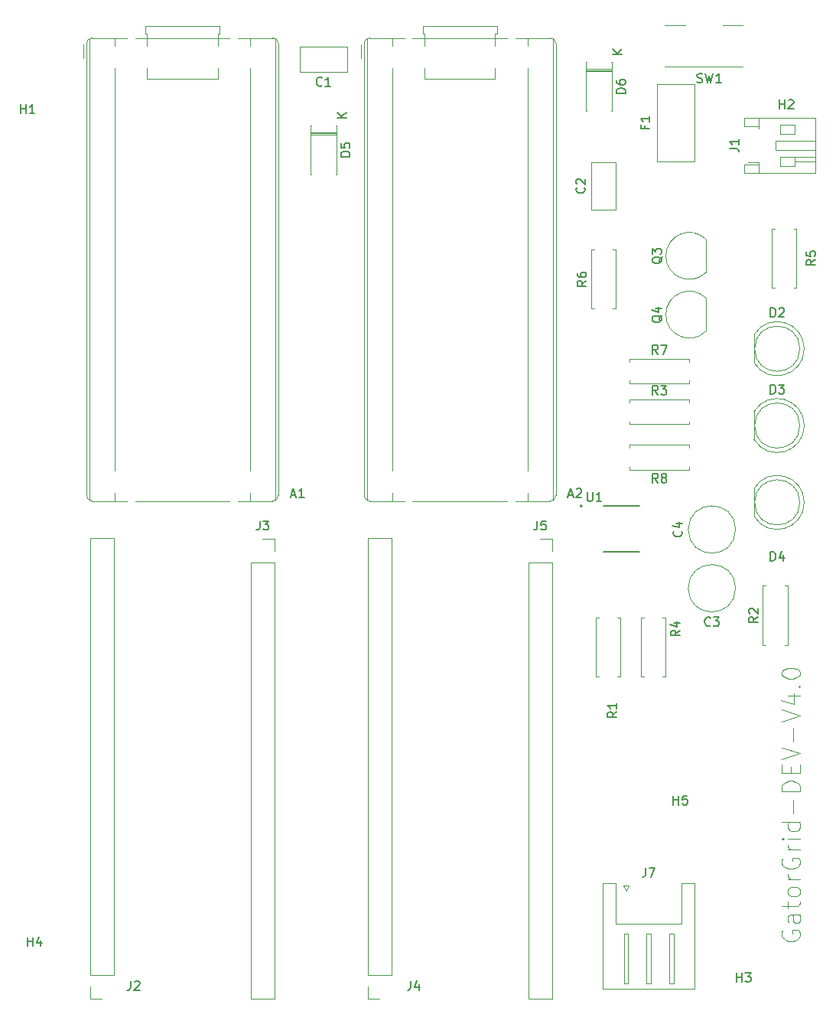
<source format=gbr>
%TF.GenerationSoftware,KiCad,Pcbnew,9.0.1*%
%TF.CreationDate,2025-10-25T16:54:00-04:00*%
%TF.ProjectId,Design V4.0,44657369-676e-4205-9634-2e302e6b6963,rev?*%
%TF.SameCoordinates,Original*%
%TF.FileFunction,Legend,Top*%
%TF.FilePolarity,Positive*%
%FSLAX46Y46*%
G04 Gerber Fmt 4.6, Leading zero omitted, Abs format (unit mm)*
G04 Created by KiCad (PCBNEW 9.0.1) date 2025-10-25 16:54:00*
%MOMM*%
%LPD*%
G01*
G04 APERTURE LIST*
%ADD10C,0.125000*%
%ADD11C,0.150000*%
%ADD12C,0.120000*%
%ADD13C,0.127000*%
%ADD14C,0.200000*%
G04 APERTURE END LIST*
D10*
X244343976Y-129893954D02*
X244248738Y-130084430D01*
X244248738Y-130084430D02*
X244248738Y-130370144D01*
X244248738Y-130370144D02*
X244343976Y-130655859D01*
X244343976Y-130655859D02*
X244534452Y-130846335D01*
X244534452Y-130846335D02*
X244724928Y-130941573D01*
X244724928Y-130941573D02*
X245105880Y-131036811D01*
X245105880Y-131036811D02*
X245391595Y-131036811D01*
X245391595Y-131036811D02*
X245772547Y-130941573D01*
X245772547Y-130941573D02*
X245963023Y-130846335D01*
X245963023Y-130846335D02*
X246153500Y-130655859D01*
X246153500Y-130655859D02*
X246248738Y-130370144D01*
X246248738Y-130370144D02*
X246248738Y-130179668D01*
X246248738Y-130179668D02*
X246153500Y-129893954D01*
X246153500Y-129893954D02*
X246058261Y-129798716D01*
X246058261Y-129798716D02*
X245391595Y-129798716D01*
X245391595Y-129798716D02*
X245391595Y-130179668D01*
X246248738Y-128084430D02*
X245201119Y-128084430D01*
X245201119Y-128084430D02*
X245010642Y-128179668D01*
X245010642Y-128179668D02*
X244915404Y-128370144D01*
X244915404Y-128370144D02*
X244915404Y-128751097D01*
X244915404Y-128751097D02*
X245010642Y-128941573D01*
X246153500Y-128084430D02*
X246248738Y-128274906D01*
X246248738Y-128274906D02*
X246248738Y-128751097D01*
X246248738Y-128751097D02*
X246153500Y-128941573D01*
X246153500Y-128941573D02*
X245963023Y-129036811D01*
X245963023Y-129036811D02*
X245772547Y-129036811D01*
X245772547Y-129036811D02*
X245582071Y-128941573D01*
X245582071Y-128941573D02*
X245486833Y-128751097D01*
X245486833Y-128751097D02*
X245486833Y-128274906D01*
X245486833Y-128274906D02*
X245391595Y-128084430D01*
X244915404Y-127417763D02*
X244915404Y-126655859D01*
X244248738Y-127132049D02*
X245963023Y-127132049D01*
X245963023Y-127132049D02*
X246153500Y-127036811D01*
X246153500Y-127036811D02*
X246248738Y-126846335D01*
X246248738Y-126846335D02*
X246248738Y-126655859D01*
X246248738Y-125703478D02*
X246153500Y-125893954D01*
X246153500Y-125893954D02*
X246058261Y-125989192D01*
X246058261Y-125989192D02*
X245867785Y-126084430D01*
X245867785Y-126084430D02*
X245296357Y-126084430D01*
X245296357Y-126084430D02*
X245105880Y-125989192D01*
X245105880Y-125989192D02*
X245010642Y-125893954D01*
X245010642Y-125893954D02*
X244915404Y-125703478D01*
X244915404Y-125703478D02*
X244915404Y-125417763D01*
X244915404Y-125417763D02*
X245010642Y-125227287D01*
X245010642Y-125227287D02*
X245105880Y-125132049D01*
X245105880Y-125132049D02*
X245296357Y-125036811D01*
X245296357Y-125036811D02*
X245867785Y-125036811D01*
X245867785Y-125036811D02*
X246058261Y-125132049D01*
X246058261Y-125132049D02*
X246153500Y-125227287D01*
X246153500Y-125227287D02*
X246248738Y-125417763D01*
X246248738Y-125417763D02*
X246248738Y-125703478D01*
X246248738Y-124179668D02*
X244915404Y-124179668D01*
X245296357Y-124179668D02*
X245105880Y-124084430D01*
X245105880Y-124084430D02*
X245010642Y-123989192D01*
X245010642Y-123989192D02*
X244915404Y-123798716D01*
X244915404Y-123798716D02*
X244915404Y-123608239D01*
X244343976Y-121893954D02*
X244248738Y-122084430D01*
X244248738Y-122084430D02*
X244248738Y-122370144D01*
X244248738Y-122370144D02*
X244343976Y-122655859D01*
X244343976Y-122655859D02*
X244534452Y-122846335D01*
X244534452Y-122846335D02*
X244724928Y-122941573D01*
X244724928Y-122941573D02*
X245105880Y-123036811D01*
X245105880Y-123036811D02*
X245391595Y-123036811D01*
X245391595Y-123036811D02*
X245772547Y-122941573D01*
X245772547Y-122941573D02*
X245963023Y-122846335D01*
X245963023Y-122846335D02*
X246153500Y-122655859D01*
X246153500Y-122655859D02*
X246248738Y-122370144D01*
X246248738Y-122370144D02*
X246248738Y-122179668D01*
X246248738Y-122179668D02*
X246153500Y-121893954D01*
X246153500Y-121893954D02*
X246058261Y-121798716D01*
X246058261Y-121798716D02*
X245391595Y-121798716D01*
X245391595Y-121798716D02*
X245391595Y-122179668D01*
X246248738Y-120941573D02*
X244915404Y-120941573D01*
X245296357Y-120941573D02*
X245105880Y-120846335D01*
X245105880Y-120846335D02*
X245010642Y-120751097D01*
X245010642Y-120751097D02*
X244915404Y-120560621D01*
X244915404Y-120560621D02*
X244915404Y-120370144D01*
X246248738Y-119703478D02*
X244915404Y-119703478D01*
X244248738Y-119703478D02*
X244343976Y-119798716D01*
X244343976Y-119798716D02*
X244439214Y-119703478D01*
X244439214Y-119703478D02*
X244343976Y-119608240D01*
X244343976Y-119608240D02*
X244248738Y-119703478D01*
X244248738Y-119703478D02*
X244439214Y-119703478D01*
X246248738Y-117893954D02*
X244248738Y-117893954D01*
X246153500Y-117893954D02*
X246248738Y-118084430D01*
X246248738Y-118084430D02*
X246248738Y-118465383D01*
X246248738Y-118465383D02*
X246153500Y-118655859D01*
X246153500Y-118655859D02*
X246058261Y-118751097D01*
X246058261Y-118751097D02*
X245867785Y-118846335D01*
X245867785Y-118846335D02*
X245296357Y-118846335D01*
X245296357Y-118846335D02*
X245105880Y-118751097D01*
X245105880Y-118751097D02*
X245010642Y-118655859D01*
X245010642Y-118655859D02*
X244915404Y-118465383D01*
X244915404Y-118465383D02*
X244915404Y-118084430D01*
X244915404Y-118084430D02*
X245010642Y-117893954D01*
X245486833Y-116941573D02*
X245486833Y-115417764D01*
X246248738Y-114465383D02*
X244248738Y-114465383D01*
X244248738Y-114465383D02*
X244248738Y-113989193D01*
X244248738Y-113989193D02*
X244343976Y-113703478D01*
X244343976Y-113703478D02*
X244534452Y-113513002D01*
X244534452Y-113513002D02*
X244724928Y-113417764D01*
X244724928Y-113417764D02*
X245105880Y-113322526D01*
X245105880Y-113322526D02*
X245391595Y-113322526D01*
X245391595Y-113322526D02*
X245772547Y-113417764D01*
X245772547Y-113417764D02*
X245963023Y-113513002D01*
X245963023Y-113513002D02*
X246153500Y-113703478D01*
X246153500Y-113703478D02*
X246248738Y-113989193D01*
X246248738Y-113989193D02*
X246248738Y-114465383D01*
X245201119Y-112465383D02*
X245201119Y-111798716D01*
X246248738Y-111513002D02*
X246248738Y-112465383D01*
X246248738Y-112465383D02*
X244248738Y-112465383D01*
X244248738Y-112465383D02*
X244248738Y-111513002D01*
X244248738Y-110941573D02*
X246248738Y-110274907D01*
X246248738Y-110274907D02*
X244248738Y-109608240D01*
X245486833Y-108941573D02*
X245486833Y-107417764D01*
X244248738Y-106751097D02*
X246248738Y-106084431D01*
X246248738Y-106084431D02*
X244248738Y-105417764D01*
X244915404Y-103893954D02*
X246248738Y-103893954D01*
X244153500Y-104370145D02*
X245582071Y-104846335D01*
X245582071Y-104846335D02*
X245582071Y-103608240D01*
X246058261Y-102846335D02*
X246153500Y-102751097D01*
X246153500Y-102751097D02*
X246248738Y-102846335D01*
X246248738Y-102846335D02*
X246153500Y-102941573D01*
X246153500Y-102941573D02*
X246058261Y-102846335D01*
X246058261Y-102846335D02*
X246248738Y-102846335D01*
X244248738Y-101513002D02*
X244248738Y-101322525D01*
X244248738Y-101322525D02*
X244343976Y-101132049D01*
X244343976Y-101132049D02*
X244439214Y-101036811D01*
X244439214Y-101036811D02*
X244629690Y-100941573D01*
X244629690Y-100941573D02*
X245010642Y-100846335D01*
X245010642Y-100846335D02*
X245486833Y-100846335D01*
X245486833Y-100846335D02*
X245867785Y-100941573D01*
X245867785Y-100941573D02*
X246058261Y-101036811D01*
X246058261Y-101036811D02*
X246153500Y-101132049D01*
X246153500Y-101132049D02*
X246248738Y-101322525D01*
X246248738Y-101322525D02*
X246248738Y-101513002D01*
X246248738Y-101513002D02*
X246153500Y-101703478D01*
X246153500Y-101703478D02*
X246058261Y-101798716D01*
X246058261Y-101798716D02*
X245867785Y-101893954D01*
X245867785Y-101893954D02*
X245486833Y-101989192D01*
X245486833Y-101989192D02*
X245010642Y-101989192D01*
X245010642Y-101989192D02*
X244629690Y-101893954D01*
X244629690Y-101893954D02*
X244439214Y-101798716D01*
X244439214Y-101798716D02*
X244343976Y-101703478D01*
X244343976Y-101703478D02*
X244248738Y-101513002D01*
D11*
X222584819Y-57976666D02*
X222108628Y-58309999D01*
X222584819Y-58548094D02*
X221584819Y-58548094D01*
X221584819Y-58548094D02*
X221584819Y-58167142D01*
X221584819Y-58167142D02*
X221632438Y-58071904D01*
X221632438Y-58071904D02*
X221680057Y-58024285D01*
X221680057Y-58024285D02*
X221775295Y-57976666D01*
X221775295Y-57976666D02*
X221918152Y-57976666D01*
X221918152Y-57976666D02*
X222013390Y-58024285D01*
X222013390Y-58024285D02*
X222061009Y-58071904D01*
X222061009Y-58071904D02*
X222108628Y-58167142D01*
X222108628Y-58167142D02*
X222108628Y-58548094D01*
X221584819Y-57119523D02*
X221584819Y-57309999D01*
X221584819Y-57309999D02*
X221632438Y-57405237D01*
X221632438Y-57405237D02*
X221680057Y-57452856D01*
X221680057Y-57452856D02*
X221822914Y-57548094D01*
X221822914Y-57548094D02*
X222013390Y-57595713D01*
X222013390Y-57595713D02*
X222394342Y-57595713D01*
X222394342Y-57595713D02*
X222489580Y-57548094D01*
X222489580Y-57548094D02*
X222537200Y-57500475D01*
X222537200Y-57500475D02*
X222584819Y-57405237D01*
X222584819Y-57405237D02*
X222584819Y-57214761D01*
X222584819Y-57214761D02*
X222537200Y-57119523D01*
X222537200Y-57119523D02*
X222489580Y-57071904D01*
X222489580Y-57071904D02*
X222394342Y-57024285D01*
X222394342Y-57024285D02*
X222156247Y-57024285D01*
X222156247Y-57024285D02*
X222061009Y-57071904D01*
X222061009Y-57071904D02*
X222013390Y-57119523D01*
X222013390Y-57119523D02*
X221965771Y-57214761D01*
X221965771Y-57214761D02*
X221965771Y-57405237D01*
X221965771Y-57405237D02*
X222013390Y-57500475D01*
X222013390Y-57500475D02*
X222061009Y-57548094D01*
X222061009Y-57548094D02*
X222156247Y-57595713D01*
X229166666Y-122944819D02*
X229166666Y-123659104D01*
X229166666Y-123659104D02*
X229119047Y-123801961D01*
X229119047Y-123801961D02*
X229023809Y-123897200D01*
X229023809Y-123897200D02*
X228880952Y-123944819D01*
X228880952Y-123944819D02*
X228785714Y-123944819D01*
X229547619Y-122944819D02*
X230214285Y-122944819D01*
X230214285Y-122944819D02*
X229785714Y-123944819D01*
X247954819Y-55666666D02*
X247478628Y-55999999D01*
X247954819Y-56238094D02*
X246954819Y-56238094D01*
X246954819Y-56238094D02*
X246954819Y-55857142D01*
X246954819Y-55857142D02*
X247002438Y-55761904D01*
X247002438Y-55761904D02*
X247050057Y-55714285D01*
X247050057Y-55714285D02*
X247145295Y-55666666D01*
X247145295Y-55666666D02*
X247288152Y-55666666D01*
X247288152Y-55666666D02*
X247383390Y-55714285D01*
X247383390Y-55714285D02*
X247431009Y-55761904D01*
X247431009Y-55761904D02*
X247478628Y-55857142D01*
X247478628Y-55857142D02*
X247478628Y-56238094D01*
X246954819Y-54761904D02*
X246954819Y-55238094D01*
X246954819Y-55238094D02*
X247431009Y-55285713D01*
X247431009Y-55285713D02*
X247383390Y-55238094D01*
X247383390Y-55238094D02*
X247335771Y-55142856D01*
X247335771Y-55142856D02*
X247335771Y-54904761D01*
X247335771Y-54904761D02*
X247383390Y-54809523D01*
X247383390Y-54809523D02*
X247431009Y-54761904D01*
X247431009Y-54761904D02*
X247526247Y-54714285D01*
X247526247Y-54714285D02*
X247764342Y-54714285D01*
X247764342Y-54714285D02*
X247859580Y-54761904D01*
X247859580Y-54761904D02*
X247907200Y-54809523D01*
X247907200Y-54809523D02*
X247954819Y-54904761D01*
X247954819Y-54904761D02*
X247954819Y-55142856D01*
X247954819Y-55142856D02*
X247907200Y-55238094D01*
X247907200Y-55238094D02*
X247859580Y-55285713D01*
X242996905Y-88954819D02*
X242996905Y-87954819D01*
X242996905Y-87954819D02*
X243235000Y-87954819D01*
X243235000Y-87954819D02*
X243377857Y-88002438D01*
X243377857Y-88002438D02*
X243473095Y-88097676D01*
X243473095Y-88097676D02*
X243520714Y-88192914D01*
X243520714Y-88192914D02*
X243568333Y-88383390D01*
X243568333Y-88383390D02*
X243568333Y-88526247D01*
X243568333Y-88526247D02*
X243520714Y-88716723D01*
X243520714Y-88716723D02*
X243473095Y-88811961D01*
X243473095Y-88811961D02*
X243377857Y-88907200D01*
X243377857Y-88907200D02*
X243235000Y-88954819D01*
X243235000Y-88954819D02*
X242996905Y-88954819D01*
X244425476Y-88288152D02*
X244425476Y-88954819D01*
X244187381Y-87907200D02*
X243949286Y-88621485D01*
X243949286Y-88621485D02*
X244568333Y-88621485D01*
X230523333Y-80324819D02*
X230190000Y-79848628D01*
X229951905Y-80324819D02*
X229951905Y-79324819D01*
X229951905Y-79324819D02*
X230332857Y-79324819D01*
X230332857Y-79324819D02*
X230428095Y-79372438D01*
X230428095Y-79372438D02*
X230475714Y-79420057D01*
X230475714Y-79420057D02*
X230523333Y-79515295D01*
X230523333Y-79515295D02*
X230523333Y-79658152D01*
X230523333Y-79658152D02*
X230475714Y-79753390D01*
X230475714Y-79753390D02*
X230428095Y-79801009D01*
X230428095Y-79801009D02*
X230332857Y-79848628D01*
X230332857Y-79848628D02*
X229951905Y-79848628D01*
X231094762Y-79753390D02*
X230999524Y-79705771D01*
X230999524Y-79705771D02*
X230951905Y-79658152D01*
X230951905Y-79658152D02*
X230904286Y-79562914D01*
X230904286Y-79562914D02*
X230904286Y-79515295D01*
X230904286Y-79515295D02*
X230951905Y-79420057D01*
X230951905Y-79420057D02*
X230999524Y-79372438D01*
X230999524Y-79372438D02*
X231094762Y-79324819D01*
X231094762Y-79324819D02*
X231285238Y-79324819D01*
X231285238Y-79324819D02*
X231380476Y-79372438D01*
X231380476Y-79372438D02*
X231428095Y-79420057D01*
X231428095Y-79420057D02*
X231475714Y-79515295D01*
X231475714Y-79515295D02*
X231475714Y-79562914D01*
X231475714Y-79562914D02*
X231428095Y-79658152D01*
X231428095Y-79658152D02*
X231380476Y-79705771D01*
X231380476Y-79705771D02*
X231285238Y-79753390D01*
X231285238Y-79753390D02*
X231094762Y-79753390D01*
X231094762Y-79753390D02*
X230999524Y-79801009D01*
X230999524Y-79801009D02*
X230951905Y-79848628D01*
X230951905Y-79848628D02*
X230904286Y-79943866D01*
X230904286Y-79943866D02*
X230904286Y-80134342D01*
X230904286Y-80134342D02*
X230951905Y-80229580D01*
X230951905Y-80229580D02*
X230999524Y-80277200D01*
X230999524Y-80277200D02*
X231094762Y-80324819D01*
X231094762Y-80324819D02*
X231285238Y-80324819D01*
X231285238Y-80324819D02*
X231380476Y-80277200D01*
X231380476Y-80277200D02*
X231428095Y-80229580D01*
X231428095Y-80229580D02*
X231475714Y-80134342D01*
X231475714Y-80134342D02*
X231475714Y-79943866D01*
X231475714Y-79943866D02*
X231428095Y-79848628D01*
X231428095Y-79848628D02*
X231380476Y-79801009D01*
X231380476Y-79801009D02*
X231285238Y-79753390D01*
X189926660Y-81664104D02*
X190402850Y-81664104D01*
X189831422Y-81949819D02*
X190164755Y-80949819D01*
X190164755Y-80949819D02*
X190498088Y-81949819D01*
X191355231Y-81949819D02*
X190783803Y-81949819D01*
X191069517Y-81949819D02*
X191069517Y-80949819D01*
X191069517Y-80949819D02*
X190974279Y-81092676D01*
X190974279Y-81092676D02*
X190879041Y-81187914D01*
X190879041Y-81187914D02*
X190783803Y-81235533D01*
X229091009Y-40843333D02*
X229091009Y-41176666D01*
X229614819Y-41176666D02*
X228614819Y-41176666D01*
X228614819Y-41176666D02*
X228614819Y-40700476D01*
X229614819Y-39795714D02*
X229614819Y-40367142D01*
X229614819Y-40081428D02*
X228614819Y-40081428D01*
X228614819Y-40081428D02*
X228757676Y-40176666D01*
X228757676Y-40176666D02*
X228852914Y-40271904D01*
X228852914Y-40271904D02*
X228900533Y-40367142D01*
X241584819Y-95166666D02*
X241108628Y-95499999D01*
X241584819Y-95738094D02*
X240584819Y-95738094D01*
X240584819Y-95738094D02*
X240584819Y-95357142D01*
X240584819Y-95357142D02*
X240632438Y-95261904D01*
X240632438Y-95261904D02*
X240680057Y-95214285D01*
X240680057Y-95214285D02*
X240775295Y-95166666D01*
X240775295Y-95166666D02*
X240918152Y-95166666D01*
X240918152Y-95166666D02*
X241013390Y-95214285D01*
X241013390Y-95214285D02*
X241061009Y-95261904D01*
X241061009Y-95261904D02*
X241108628Y-95357142D01*
X241108628Y-95357142D02*
X241108628Y-95738094D01*
X240680057Y-94785713D02*
X240632438Y-94738094D01*
X240632438Y-94738094D02*
X240584819Y-94642856D01*
X240584819Y-94642856D02*
X240584819Y-94404761D01*
X240584819Y-94404761D02*
X240632438Y-94309523D01*
X240632438Y-94309523D02*
X240680057Y-94261904D01*
X240680057Y-94261904D02*
X240775295Y-94214285D01*
X240775295Y-94214285D02*
X240870533Y-94214285D01*
X240870533Y-94214285D02*
X241013390Y-94261904D01*
X241013390Y-94261904D02*
X241584819Y-94833332D01*
X241584819Y-94833332D02*
X241584819Y-94214285D01*
X196424819Y-44238094D02*
X195424819Y-44238094D01*
X195424819Y-44238094D02*
X195424819Y-43999999D01*
X195424819Y-43999999D02*
X195472438Y-43857142D01*
X195472438Y-43857142D02*
X195567676Y-43761904D01*
X195567676Y-43761904D02*
X195662914Y-43714285D01*
X195662914Y-43714285D02*
X195853390Y-43666666D01*
X195853390Y-43666666D02*
X195996247Y-43666666D01*
X195996247Y-43666666D02*
X196186723Y-43714285D01*
X196186723Y-43714285D02*
X196281961Y-43761904D01*
X196281961Y-43761904D02*
X196377200Y-43857142D01*
X196377200Y-43857142D02*
X196424819Y-43999999D01*
X196424819Y-43999999D02*
X196424819Y-44238094D01*
X195424819Y-42761904D02*
X195424819Y-43238094D01*
X195424819Y-43238094D02*
X195901009Y-43285713D01*
X195901009Y-43285713D02*
X195853390Y-43238094D01*
X195853390Y-43238094D02*
X195805771Y-43142856D01*
X195805771Y-43142856D02*
X195805771Y-42904761D01*
X195805771Y-42904761D02*
X195853390Y-42809523D01*
X195853390Y-42809523D02*
X195901009Y-42761904D01*
X195901009Y-42761904D02*
X195996247Y-42714285D01*
X195996247Y-42714285D02*
X196234342Y-42714285D01*
X196234342Y-42714285D02*
X196329580Y-42761904D01*
X196329580Y-42761904D02*
X196377200Y-42809523D01*
X196377200Y-42809523D02*
X196424819Y-42904761D01*
X196424819Y-42904761D02*
X196424819Y-43142856D01*
X196424819Y-43142856D02*
X196377200Y-43238094D01*
X196377200Y-43238094D02*
X196329580Y-43285713D01*
X196054819Y-39951904D02*
X195054819Y-39951904D01*
X196054819Y-39380476D02*
X195483390Y-39809047D01*
X195054819Y-39380476D02*
X195626247Y-39951904D01*
X234866667Y-36007200D02*
X235009524Y-36054819D01*
X235009524Y-36054819D02*
X235247619Y-36054819D01*
X235247619Y-36054819D02*
X235342857Y-36007200D01*
X235342857Y-36007200D02*
X235390476Y-35959580D01*
X235390476Y-35959580D02*
X235438095Y-35864342D01*
X235438095Y-35864342D02*
X235438095Y-35769104D01*
X235438095Y-35769104D02*
X235390476Y-35673866D01*
X235390476Y-35673866D02*
X235342857Y-35626247D01*
X235342857Y-35626247D02*
X235247619Y-35578628D01*
X235247619Y-35578628D02*
X235057143Y-35531009D01*
X235057143Y-35531009D02*
X234961905Y-35483390D01*
X234961905Y-35483390D02*
X234914286Y-35435771D01*
X234914286Y-35435771D02*
X234866667Y-35340533D01*
X234866667Y-35340533D02*
X234866667Y-35245295D01*
X234866667Y-35245295D02*
X234914286Y-35150057D01*
X234914286Y-35150057D02*
X234961905Y-35102438D01*
X234961905Y-35102438D02*
X235057143Y-35054819D01*
X235057143Y-35054819D02*
X235295238Y-35054819D01*
X235295238Y-35054819D02*
X235438095Y-35102438D01*
X235771429Y-35054819D02*
X236009524Y-36054819D01*
X236009524Y-36054819D02*
X236200000Y-35340533D01*
X236200000Y-35340533D02*
X236390476Y-36054819D01*
X236390476Y-36054819D02*
X236628572Y-35054819D01*
X237533333Y-36054819D02*
X236961905Y-36054819D01*
X237247619Y-36054819D02*
X237247619Y-35054819D01*
X237247619Y-35054819D02*
X237152381Y-35197676D01*
X237152381Y-35197676D02*
X237057143Y-35292914D01*
X237057143Y-35292914D02*
X236961905Y-35340533D01*
X233109580Y-85666666D02*
X233157200Y-85714285D01*
X233157200Y-85714285D02*
X233204819Y-85857142D01*
X233204819Y-85857142D02*
X233204819Y-85952380D01*
X233204819Y-85952380D02*
X233157200Y-86095237D01*
X233157200Y-86095237D02*
X233061961Y-86190475D01*
X233061961Y-86190475D02*
X232966723Y-86238094D01*
X232966723Y-86238094D02*
X232776247Y-86285713D01*
X232776247Y-86285713D02*
X232633390Y-86285713D01*
X232633390Y-86285713D02*
X232442914Y-86238094D01*
X232442914Y-86238094D02*
X232347676Y-86190475D01*
X232347676Y-86190475D02*
X232252438Y-86095237D01*
X232252438Y-86095237D02*
X232204819Y-85952380D01*
X232204819Y-85952380D02*
X232204819Y-85857142D01*
X232204819Y-85857142D02*
X232252438Y-85714285D01*
X232252438Y-85714285D02*
X232300057Y-85666666D01*
X232538152Y-84809523D02*
X233204819Y-84809523D01*
X232157200Y-85047618D02*
X232871485Y-85285713D01*
X232871485Y-85285713D02*
X232871485Y-84666666D01*
X222359580Y-47666666D02*
X222407200Y-47714285D01*
X222407200Y-47714285D02*
X222454819Y-47857142D01*
X222454819Y-47857142D02*
X222454819Y-47952380D01*
X222454819Y-47952380D02*
X222407200Y-48095237D01*
X222407200Y-48095237D02*
X222311961Y-48190475D01*
X222311961Y-48190475D02*
X222216723Y-48238094D01*
X222216723Y-48238094D02*
X222026247Y-48285713D01*
X222026247Y-48285713D02*
X221883390Y-48285713D01*
X221883390Y-48285713D02*
X221692914Y-48238094D01*
X221692914Y-48238094D02*
X221597676Y-48190475D01*
X221597676Y-48190475D02*
X221502438Y-48095237D01*
X221502438Y-48095237D02*
X221454819Y-47952380D01*
X221454819Y-47952380D02*
X221454819Y-47857142D01*
X221454819Y-47857142D02*
X221502438Y-47714285D01*
X221502438Y-47714285D02*
X221550057Y-47666666D01*
X221550057Y-47285713D02*
X221502438Y-47238094D01*
X221502438Y-47238094D02*
X221454819Y-47142856D01*
X221454819Y-47142856D02*
X221454819Y-46904761D01*
X221454819Y-46904761D02*
X221502438Y-46809523D01*
X221502438Y-46809523D02*
X221550057Y-46761904D01*
X221550057Y-46761904D02*
X221645295Y-46714285D01*
X221645295Y-46714285D02*
X221740533Y-46714285D01*
X221740533Y-46714285D02*
X221883390Y-46761904D01*
X221883390Y-46761904D02*
X222454819Y-47333332D01*
X222454819Y-47333332D02*
X222454819Y-46714285D01*
X203166666Y-135454819D02*
X203166666Y-136169104D01*
X203166666Y-136169104D02*
X203119047Y-136311961D01*
X203119047Y-136311961D02*
X203023809Y-136407200D01*
X203023809Y-136407200D02*
X202880952Y-136454819D01*
X202880952Y-136454819D02*
X202785714Y-136454819D01*
X204071428Y-135788152D02*
X204071428Y-136454819D01*
X203833333Y-135407200D02*
X203595238Y-136121485D01*
X203595238Y-136121485D02*
X204214285Y-136121485D01*
X243976190Y-38954819D02*
X243976190Y-37954819D01*
X243976190Y-38431009D02*
X244547618Y-38431009D01*
X244547618Y-38954819D02*
X244547618Y-37954819D01*
X244976190Y-38050057D02*
X245023809Y-38002438D01*
X245023809Y-38002438D02*
X245119047Y-37954819D01*
X245119047Y-37954819D02*
X245357142Y-37954819D01*
X245357142Y-37954819D02*
X245452380Y-38002438D01*
X245452380Y-38002438D02*
X245499999Y-38050057D01*
X245499999Y-38050057D02*
X245547618Y-38145295D01*
X245547618Y-38145295D02*
X245547618Y-38240533D01*
X245547618Y-38240533D02*
X245499999Y-38383390D01*
X245499999Y-38383390D02*
X244928571Y-38954819D01*
X244928571Y-38954819D02*
X245547618Y-38954819D01*
X186446666Y-84544819D02*
X186446666Y-85259104D01*
X186446666Y-85259104D02*
X186399047Y-85401961D01*
X186399047Y-85401961D02*
X186303809Y-85497200D01*
X186303809Y-85497200D02*
X186160952Y-85544819D01*
X186160952Y-85544819D02*
X186065714Y-85544819D01*
X186827619Y-84544819D02*
X187446666Y-84544819D01*
X187446666Y-84544819D02*
X187113333Y-84925771D01*
X187113333Y-84925771D02*
X187256190Y-84925771D01*
X187256190Y-84925771D02*
X187351428Y-84973390D01*
X187351428Y-84973390D02*
X187399047Y-85021009D01*
X187399047Y-85021009D02*
X187446666Y-85116247D01*
X187446666Y-85116247D02*
X187446666Y-85354342D01*
X187446666Y-85354342D02*
X187399047Y-85449580D01*
X187399047Y-85449580D02*
X187351428Y-85497200D01*
X187351428Y-85497200D02*
X187256190Y-85544819D01*
X187256190Y-85544819D02*
X186970476Y-85544819D01*
X186970476Y-85544819D02*
X186875238Y-85497200D01*
X186875238Y-85497200D02*
X186827619Y-85449580D01*
X238454819Y-43333333D02*
X239169104Y-43333333D01*
X239169104Y-43333333D02*
X239311961Y-43380952D01*
X239311961Y-43380952D02*
X239407200Y-43476190D01*
X239407200Y-43476190D02*
X239454819Y-43619047D01*
X239454819Y-43619047D02*
X239454819Y-43714285D01*
X239454819Y-42333333D02*
X239454819Y-42904761D01*
X239454819Y-42619047D02*
X238454819Y-42619047D01*
X238454819Y-42619047D02*
X238597676Y-42714285D01*
X238597676Y-42714285D02*
X238692914Y-42809523D01*
X238692914Y-42809523D02*
X238740533Y-42904761D01*
X193333333Y-36359580D02*
X193285714Y-36407200D01*
X193285714Y-36407200D02*
X193142857Y-36454819D01*
X193142857Y-36454819D02*
X193047619Y-36454819D01*
X193047619Y-36454819D02*
X192904762Y-36407200D01*
X192904762Y-36407200D02*
X192809524Y-36311961D01*
X192809524Y-36311961D02*
X192761905Y-36216723D01*
X192761905Y-36216723D02*
X192714286Y-36026247D01*
X192714286Y-36026247D02*
X192714286Y-35883390D01*
X192714286Y-35883390D02*
X192761905Y-35692914D01*
X192761905Y-35692914D02*
X192809524Y-35597676D01*
X192809524Y-35597676D02*
X192904762Y-35502438D01*
X192904762Y-35502438D02*
X193047619Y-35454819D01*
X193047619Y-35454819D02*
X193142857Y-35454819D01*
X193142857Y-35454819D02*
X193285714Y-35502438D01*
X193285714Y-35502438D02*
X193333333Y-35550057D01*
X194285714Y-36454819D02*
X193714286Y-36454819D01*
X194000000Y-36454819D02*
X194000000Y-35454819D01*
X194000000Y-35454819D02*
X193904762Y-35597676D01*
X193904762Y-35597676D02*
X193809524Y-35692914D01*
X193809524Y-35692914D02*
X193714286Y-35740533D01*
X172166666Y-135454819D02*
X172166666Y-136169104D01*
X172166666Y-136169104D02*
X172119047Y-136311961D01*
X172119047Y-136311961D02*
X172023809Y-136407200D01*
X172023809Y-136407200D02*
X171880952Y-136454819D01*
X171880952Y-136454819D02*
X171785714Y-136454819D01*
X172595238Y-135550057D02*
X172642857Y-135502438D01*
X172642857Y-135502438D02*
X172738095Y-135454819D01*
X172738095Y-135454819D02*
X172976190Y-135454819D01*
X172976190Y-135454819D02*
X173071428Y-135502438D01*
X173071428Y-135502438D02*
X173119047Y-135550057D01*
X173119047Y-135550057D02*
X173166666Y-135645295D01*
X173166666Y-135645295D02*
X173166666Y-135740533D01*
X173166666Y-135740533D02*
X173119047Y-135883390D01*
X173119047Y-135883390D02*
X172547619Y-136454819D01*
X172547619Y-136454819D02*
X173166666Y-136454819D01*
X225954819Y-105666666D02*
X225478628Y-105999999D01*
X225954819Y-106238094D02*
X224954819Y-106238094D01*
X224954819Y-106238094D02*
X224954819Y-105857142D01*
X224954819Y-105857142D02*
X225002438Y-105761904D01*
X225002438Y-105761904D02*
X225050057Y-105714285D01*
X225050057Y-105714285D02*
X225145295Y-105666666D01*
X225145295Y-105666666D02*
X225288152Y-105666666D01*
X225288152Y-105666666D02*
X225383390Y-105714285D01*
X225383390Y-105714285D02*
X225431009Y-105761904D01*
X225431009Y-105761904D02*
X225478628Y-105857142D01*
X225478628Y-105857142D02*
X225478628Y-106238094D01*
X225954819Y-104714285D02*
X225954819Y-105285713D01*
X225954819Y-104999999D02*
X224954819Y-104999999D01*
X224954819Y-104999999D02*
X225097676Y-105095237D01*
X225097676Y-105095237D02*
X225192914Y-105190475D01*
X225192914Y-105190475D02*
X225240533Y-105285713D01*
X232238095Y-115954819D02*
X232238095Y-114954819D01*
X232238095Y-115431009D02*
X232809523Y-115431009D01*
X232809523Y-115954819D02*
X232809523Y-114954819D01*
X233761904Y-114954819D02*
X233285714Y-114954819D01*
X233285714Y-114954819D02*
X233238095Y-115431009D01*
X233238095Y-115431009D02*
X233285714Y-115383390D01*
X233285714Y-115383390D02*
X233380952Y-115335771D01*
X233380952Y-115335771D02*
X233619047Y-115335771D01*
X233619047Y-115335771D02*
X233714285Y-115383390D01*
X233714285Y-115383390D02*
X233761904Y-115431009D01*
X233761904Y-115431009D02*
X233809523Y-115526247D01*
X233809523Y-115526247D02*
X233809523Y-115764342D01*
X233809523Y-115764342D02*
X233761904Y-115859580D01*
X233761904Y-115859580D02*
X233714285Y-115907200D01*
X233714285Y-115907200D02*
X233619047Y-115954819D01*
X233619047Y-115954819D02*
X233380952Y-115954819D01*
X233380952Y-115954819D02*
X233285714Y-115907200D01*
X233285714Y-115907200D02*
X233238095Y-115859580D01*
X230523333Y-66084819D02*
X230190000Y-65608628D01*
X229951905Y-66084819D02*
X229951905Y-65084819D01*
X229951905Y-65084819D02*
X230332857Y-65084819D01*
X230332857Y-65084819D02*
X230428095Y-65132438D01*
X230428095Y-65132438D02*
X230475714Y-65180057D01*
X230475714Y-65180057D02*
X230523333Y-65275295D01*
X230523333Y-65275295D02*
X230523333Y-65418152D01*
X230523333Y-65418152D02*
X230475714Y-65513390D01*
X230475714Y-65513390D02*
X230428095Y-65561009D01*
X230428095Y-65561009D02*
X230332857Y-65608628D01*
X230332857Y-65608628D02*
X229951905Y-65608628D01*
X230856667Y-65084819D02*
X231523333Y-65084819D01*
X231523333Y-65084819D02*
X231094762Y-66084819D01*
X242991905Y-61994819D02*
X242991905Y-60994819D01*
X242991905Y-60994819D02*
X243230000Y-60994819D01*
X243230000Y-60994819D02*
X243372857Y-61042438D01*
X243372857Y-61042438D02*
X243468095Y-61137676D01*
X243468095Y-61137676D02*
X243515714Y-61232914D01*
X243515714Y-61232914D02*
X243563333Y-61423390D01*
X243563333Y-61423390D02*
X243563333Y-61566247D01*
X243563333Y-61566247D02*
X243515714Y-61756723D01*
X243515714Y-61756723D02*
X243468095Y-61851961D01*
X243468095Y-61851961D02*
X243372857Y-61947200D01*
X243372857Y-61947200D02*
X243230000Y-61994819D01*
X243230000Y-61994819D02*
X242991905Y-61994819D01*
X243944286Y-61090057D02*
X243991905Y-61042438D01*
X243991905Y-61042438D02*
X244087143Y-60994819D01*
X244087143Y-60994819D02*
X244325238Y-60994819D01*
X244325238Y-60994819D02*
X244420476Y-61042438D01*
X244420476Y-61042438D02*
X244468095Y-61090057D01*
X244468095Y-61090057D02*
X244515714Y-61185295D01*
X244515714Y-61185295D02*
X244515714Y-61280533D01*
X244515714Y-61280533D02*
X244468095Y-61423390D01*
X244468095Y-61423390D02*
X243896667Y-61994819D01*
X243896667Y-61994819D02*
X244515714Y-61994819D01*
X159976190Y-39454819D02*
X159976190Y-38454819D01*
X159976190Y-38931009D02*
X160547618Y-38931009D01*
X160547618Y-39454819D02*
X160547618Y-38454819D01*
X161547618Y-39454819D02*
X160976190Y-39454819D01*
X161261904Y-39454819D02*
X161261904Y-38454819D01*
X161261904Y-38454819D02*
X161166666Y-38597676D01*
X161166666Y-38597676D02*
X161071428Y-38692914D01*
X161071428Y-38692914D02*
X160976190Y-38740533D01*
X242991905Y-70494819D02*
X242991905Y-69494819D01*
X242991905Y-69494819D02*
X243230000Y-69494819D01*
X243230000Y-69494819D02*
X243372857Y-69542438D01*
X243372857Y-69542438D02*
X243468095Y-69637676D01*
X243468095Y-69637676D02*
X243515714Y-69732914D01*
X243515714Y-69732914D02*
X243563333Y-69923390D01*
X243563333Y-69923390D02*
X243563333Y-70066247D01*
X243563333Y-70066247D02*
X243515714Y-70256723D01*
X243515714Y-70256723D02*
X243468095Y-70351961D01*
X243468095Y-70351961D02*
X243372857Y-70447200D01*
X243372857Y-70447200D02*
X243230000Y-70494819D01*
X243230000Y-70494819D02*
X242991905Y-70494819D01*
X243896667Y-69494819D02*
X244515714Y-69494819D01*
X244515714Y-69494819D02*
X244182381Y-69875771D01*
X244182381Y-69875771D02*
X244325238Y-69875771D01*
X244325238Y-69875771D02*
X244420476Y-69923390D01*
X244420476Y-69923390D02*
X244468095Y-69971009D01*
X244468095Y-69971009D02*
X244515714Y-70066247D01*
X244515714Y-70066247D02*
X244515714Y-70304342D01*
X244515714Y-70304342D02*
X244468095Y-70399580D01*
X244468095Y-70399580D02*
X244420476Y-70447200D01*
X244420476Y-70447200D02*
X244325238Y-70494819D01*
X244325238Y-70494819D02*
X244039524Y-70494819D01*
X244039524Y-70494819D02*
X243944286Y-70447200D01*
X243944286Y-70447200D02*
X243896667Y-70399580D01*
X236333333Y-96109580D02*
X236285714Y-96157200D01*
X236285714Y-96157200D02*
X236142857Y-96204819D01*
X236142857Y-96204819D02*
X236047619Y-96204819D01*
X236047619Y-96204819D02*
X235904762Y-96157200D01*
X235904762Y-96157200D02*
X235809524Y-96061961D01*
X235809524Y-96061961D02*
X235761905Y-95966723D01*
X235761905Y-95966723D02*
X235714286Y-95776247D01*
X235714286Y-95776247D02*
X235714286Y-95633390D01*
X235714286Y-95633390D02*
X235761905Y-95442914D01*
X235761905Y-95442914D02*
X235809524Y-95347676D01*
X235809524Y-95347676D02*
X235904762Y-95252438D01*
X235904762Y-95252438D02*
X236047619Y-95204819D01*
X236047619Y-95204819D02*
X236142857Y-95204819D01*
X236142857Y-95204819D02*
X236285714Y-95252438D01*
X236285714Y-95252438D02*
X236333333Y-95300057D01*
X236666667Y-95204819D02*
X237285714Y-95204819D01*
X237285714Y-95204819D02*
X236952381Y-95585771D01*
X236952381Y-95585771D02*
X237095238Y-95585771D01*
X237095238Y-95585771D02*
X237190476Y-95633390D01*
X237190476Y-95633390D02*
X237238095Y-95681009D01*
X237238095Y-95681009D02*
X237285714Y-95776247D01*
X237285714Y-95776247D02*
X237285714Y-96014342D01*
X237285714Y-96014342D02*
X237238095Y-96109580D01*
X237238095Y-96109580D02*
X237190476Y-96157200D01*
X237190476Y-96157200D02*
X237095238Y-96204819D01*
X237095238Y-96204819D02*
X236809524Y-96204819D01*
X236809524Y-96204819D02*
X236714286Y-96157200D01*
X236714286Y-96157200D02*
X236666667Y-96109580D01*
X226924819Y-37238094D02*
X225924819Y-37238094D01*
X225924819Y-37238094D02*
X225924819Y-36999999D01*
X225924819Y-36999999D02*
X225972438Y-36857142D01*
X225972438Y-36857142D02*
X226067676Y-36761904D01*
X226067676Y-36761904D02*
X226162914Y-36714285D01*
X226162914Y-36714285D02*
X226353390Y-36666666D01*
X226353390Y-36666666D02*
X226496247Y-36666666D01*
X226496247Y-36666666D02*
X226686723Y-36714285D01*
X226686723Y-36714285D02*
X226781961Y-36761904D01*
X226781961Y-36761904D02*
X226877200Y-36857142D01*
X226877200Y-36857142D02*
X226924819Y-36999999D01*
X226924819Y-36999999D02*
X226924819Y-37238094D01*
X225924819Y-35809523D02*
X225924819Y-35999999D01*
X225924819Y-35999999D02*
X225972438Y-36095237D01*
X225972438Y-36095237D02*
X226020057Y-36142856D01*
X226020057Y-36142856D02*
X226162914Y-36238094D01*
X226162914Y-36238094D02*
X226353390Y-36285713D01*
X226353390Y-36285713D02*
X226734342Y-36285713D01*
X226734342Y-36285713D02*
X226829580Y-36238094D01*
X226829580Y-36238094D02*
X226877200Y-36190475D01*
X226877200Y-36190475D02*
X226924819Y-36095237D01*
X226924819Y-36095237D02*
X226924819Y-35904761D01*
X226924819Y-35904761D02*
X226877200Y-35809523D01*
X226877200Y-35809523D02*
X226829580Y-35761904D01*
X226829580Y-35761904D02*
X226734342Y-35714285D01*
X226734342Y-35714285D02*
X226496247Y-35714285D01*
X226496247Y-35714285D02*
X226401009Y-35761904D01*
X226401009Y-35761904D02*
X226353390Y-35809523D01*
X226353390Y-35809523D02*
X226305771Y-35904761D01*
X226305771Y-35904761D02*
X226305771Y-36095237D01*
X226305771Y-36095237D02*
X226353390Y-36190475D01*
X226353390Y-36190475D02*
X226401009Y-36238094D01*
X226401009Y-36238094D02*
X226496247Y-36285713D01*
X226554819Y-32951904D02*
X225554819Y-32951904D01*
X226554819Y-32380476D02*
X225983390Y-32809047D01*
X225554819Y-32380476D02*
X226126247Y-32951904D01*
X230990057Y-55325238D02*
X230942438Y-55420476D01*
X230942438Y-55420476D02*
X230847200Y-55515714D01*
X230847200Y-55515714D02*
X230704342Y-55658571D01*
X230704342Y-55658571D02*
X230656723Y-55753809D01*
X230656723Y-55753809D02*
X230656723Y-55849047D01*
X230894819Y-55801428D02*
X230847200Y-55896666D01*
X230847200Y-55896666D02*
X230751961Y-55991904D01*
X230751961Y-55991904D02*
X230561485Y-56039523D01*
X230561485Y-56039523D02*
X230228152Y-56039523D01*
X230228152Y-56039523D02*
X230037676Y-55991904D01*
X230037676Y-55991904D02*
X229942438Y-55896666D01*
X229942438Y-55896666D02*
X229894819Y-55801428D01*
X229894819Y-55801428D02*
X229894819Y-55610952D01*
X229894819Y-55610952D02*
X229942438Y-55515714D01*
X229942438Y-55515714D02*
X230037676Y-55420476D01*
X230037676Y-55420476D02*
X230228152Y-55372857D01*
X230228152Y-55372857D02*
X230561485Y-55372857D01*
X230561485Y-55372857D02*
X230751961Y-55420476D01*
X230751961Y-55420476D02*
X230847200Y-55515714D01*
X230847200Y-55515714D02*
X230894819Y-55610952D01*
X230894819Y-55610952D02*
X230894819Y-55801428D01*
X229894819Y-55039523D02*
X229894819Y-54420476D01*
X229894819Y-54420476D02*
X230275771Y-54753809D01*
X230275771Y-54753809D02*
X230275771Y-54610952D01*
X230275771Y-54610952D02*
X230323390Y-54515714D01*
X230323390Y-54515714D02*
X230371009Y-54468095D01*
X230371009Y-54468095D02*
X230466247Y-54420476D01*
X230466247Y-54420476D02*
X230704342Y-54420476D01*
X230704342Y-54420476D02*
X230799580Y-54468095D01*
X230799580Y-54468095D02*
X230847200Y-54515714D01*
X230847200Y-54515714D02*
X230894819Y-54610952D01*
X230894819Y-54610952D02*
X230894819Y-54896666D01*
X230894819Y-54896666D02*
X230847200Y-54991904D01*
X230847200Y-54991904D02*
X230799580Y-55039523D01*
X230523333Y-70584819D02*
X230190000Y-70108628D01*
X229951905Y-70584819D02*
X229951905Y-69584819D01*
X229951905Y-69584819D02*
X230332857Y-69584819D01*
X230332857Y-69584819D02*
X230428095Y-69632438D01*
X230428095Y-69632438D02*
X230475714Y-69680057D01*
X230475714Y-69680057D02*
X230523333Y-69775295D01*
X230523333Y-69775295D02*
X230523333Y-69918152D01*
X230523333Y-69918152D02*
X230475714Y-70013390D01*
X230475714Y-70013390D02*
X230428095Y-70061009D01*
X230428095Y-70061009D02*
X230332857Y-70108628D01*
X230332857Y-70108628D02*
X229951905Y-70108628D01*
X230856667Y-69584819D02*
X231475714Y-69584819D01*
X231475714Y-69584819D02*
X231142381Y-69965771D01*
X231142381Y-69965771D02*
X231285238Y-69965771D01*
X231285238Y-69965771D02*
X231380476Y-70013390D01*
X231380476Y-70013390D02*
X231428095Y-70061009D01*
X231428095Y-70061009D02*
X231475714Y-70156247D01*
X231475714Y-70156247D02*
X231475714Y-70394342D01*
X231475714Y-70394342D02*
X231428095Y-70489580D01*
X231428095Y-70489580D02*
X231380476Y-70537200D01*
X231380476Y-70537200D02*
X231285238Y-70584819D01*
X231285238Y-70584819D02*
X230999524Y-70584819D01*
X230999524Y-70584819D02*
X230904286Y-70537200D01*
X230904286Y-70537200D02*
X230856667Y-70489580D01*
X239238095Y-135554819D02*
X239238095Y-134554819D01*
X239238095Y-135031009D02*
X239809523Y-135031009D01*
X239809523Y-135554819D02*
X239809523Y-134554819D01*
X240190476Y-134554819D02*
X240809523Y-134554819D01*
X240809523Y-134554819D02*
X240476190Y-134935771D01*
X240476190Y-134935771D02*
X240619047Y-134935771D01*
X240619047Y-134935771D02*
X240714285Y-134983390D01*
X240714285Y-134983390D02*
X240761904Y-135031009D01*
X240761904Y-135031009D02*
X240809523Y-135126247D01*
X240809523Y-135126247D02*
X240809523Y-135364342D01*
X240809523Y-135364342D02*
X240761904Y-135459580D01*
X240761904Y-135459580D02*
X240714285Y-135507200D01*
X240714285Y-135507200D02*
X240619047Y-135554819D01*
X240619047Y-135554819D02*
X240333333Y-135554819D01*
X240333333Y-135554819D02*
X240238095Y-135507200D01*
X240238095Y-135507200D02*
X240190476Y-135459580D01*
X217166666Y-84544819D02*
X217166666Y-85259104D01*
X217166666Y-85259104D02*
X217119047Y-85401961D01*
X217119047Y-85401961D02*
X217023809Y-85497200D01*
X217023809Y-85497200D02*
X216880952Y-85544819D01*
X216880952Y-85544819D02*
X216785714Y-85544819D01*
X218119047Y-84544819D02*
X217642857Y-84544819D01*
X217642857Y-84544819D02*
X217595238Y-85021009D01*
X217595238Y-85021009D02*
X217642857Y-84973390D01*
X217642857Y-84973390D02*
X217738095Y-84925771D01*
X217738095Y-84925771D02*
X217976190Y-84925771D01*
X217976190Y-84925771D02*
X218071428Y-84973390D01*
X218071428Y-84973390D02*
X218119047Y-85021009D01*
X218119047Y-85021009D02*
X218166666Y-85116247D01*
X218166666Y-85116247D02*
X218166666Y-85354342D01*
X218166666Y-85354342D02*
X218119047Y-85449580D01*
X218119047Y-85449580D02*
X218071428Y-85497200D01*
X218071428Y-85497200D02*
X217976190Y-85544819D01*
X217976190Y-85544819D02*
X217738095Y-85544819D01*
X217738095Y-85544819D02*
X217642857Y-85497200D01*
X217642857Y-85497200D02*
X217595238Y-85449580D01*
X160738095Y-131604819D02*
X160738095Y-130604819D01*
X160738095Y-131081009D02*
X161309523Y-131081009D01*
X161309523Y-131604819D02*
X161309523Y-130604819D01*
X162214285Y-130938152D02*
X162214285Y-131604819D01*
X161976190Y-130557200D02*
X161738095Y-131271485D01*
X161738095Y-131271485D02*
X162357142Y-131271485D01*
X222713095Y-81359819D02*
X222713095Y-82169342D01*
X222713095Y-82169342D02*
X222760714Y-82264580D01*
X222760714Y-82264580D02*
X222808333Y-82312200D01*
X222808333Y-82312200D02*
X222903571Y-82359819D01*
X222903571Y-82359819D02*
X223094047Y-82359819D01*
X223094047Y-82359819D02*
X223189285Y-82312200D01*
X223189285Y-82312200D02*
X223236904Y-82264580D01*
X223236904Y-82264580D02*
X223284523Y-82169342D01*
X223284523Y-82169342D02*
X223284523Y-81359819D01*
X224284523Y-82359819D02*
X223713095Y-82359819D01*
X223998809Y-82359819D02*
X223998809Y-81359819D01*
X223998809Y-81359819D02*
X223903571Y-81502676D01*
X223903571Y-81502676D02*
X223808333Y-81597914D01*
X223808333Y-81597914D02*
X223713095Y-81645533D01*
X220646660Y-81664104D02*
X221122850Y-81664104D01*
X220551422Y-81949819D02*
X220884755Y-80949819D01*
X220884755Y-80949819D02*
X221218088Y-81949819D01*
X221503803Y-81045057D02*
X221551422Y-80997438D01*
X221551422Y-80997438D02*
X221646660Y-80949819D01*
X221646660Y-80949819D02*
X221884755Y-80949819D01*
X221884755Y-80949819D02*
X221979993Y-80997438D01*
X221979993Y-80997438D02*
X222027612Y-81045057D01*
X222027612Y-81045057D02*
X222075231Y-81140295D01*
X222075231Y-81140295D02*
X222075231Y-81235533D01*
X222075231Y-81235533D02*
X222027612Y-81378390D01*
X222027612Y-81378390D02*
X221456184Y-81949819D01*
X221456184Y-81949819D02*
X222075231Y-81949819D01*
X230990057Y-61825238D02*
X230942438Y-61920476D01*
X230942438Y-61920476D02*
X230847200Y-62015714D01*
X230847200Y-62015714D02*
X230704342Y-62158571D01*
X230704342Y-62158571D02*
X230656723Y-62253809D01*
X230656723Y-62253809D02*
X230656723Y-62349047D01*
X230894819Y-62301428D02*
X230847200Y-62396666D01*
X230847200Y-62396666D02*
X230751961Y-62491904D01*
X230751961Y-62491904D02*
X230561485Y-62539523D01*
X230561485Y-62539523D02*
X230228152Y-62539523D01*
X230228152Y-62539523D02*
X230037676Y-62491904D01*
X230037676Y-62491904D02*
X229942438Y-62396666D01*
X229942438Y-62396666D02*
X229894819Y-62301428D01*
X229894819Y-62301428D02*
X229894819Y-62110952D01*
X229894819Y-62110952D02*
X229942438Y-62015714D01*
X229942438Y-62015714D02*
X230037676Y-61920476D01*
X230037676Y-61920476D02*
X230228152Y-61872857D01*
X230228152Y-61872857D02*
X230561485Y-61872857D01*
X230561485Y-61872857D02*
X230751961Y-61920476D01*
X230751961Y-61920476D02*
X230847200Y-62015714D01*
X230847200Y-62015714D02*
X230894819Y-62110952D01*
X230894819Y-62110952D02*
X230894819Y-62301428D01*
X230228152Y-61015714D02*
X230894819Y-61015714D01*
X229847200Y-61253809D02*
X230561485Y-61491904D01*
X230561485Y-61491904D02*
X230561485Y-60872857D01*
X232954819Y-96666666D02*
X232478628Y-96999999D01*
X232954819Y-97238094D02*
X231954819Y-97238094D01*
X231954819Y-97238094D02*
X231954819Y-96857142D01*
X231954819Y-96857142D02*
X232002438Y-96761904D01*
X232002438Y-96761904D02*
X232050057Y-96714285D01*
X232050057Y-96714285D02*
X232145295Y-96666666D01*
X232145295Y-96666666D02*
X232288152Y-96666666D01*
X232288152Y-96666666D02*
X232383390Y-96714285D01*
X232383390Y-96714285D02*
X232431009Y-96761904D01*
X232431009Y-96761904D02*
X232478628Y-96857142D01*
X232478628Y-96857142D02*
X232478628Y-97238094D01*
X232288152Y-95809523D02*
X232954819Y-95809523D01*
X231907200Y-96047618D02*
X232621485Y-96285713D01*
X232621485Y-96285713D02*
X232621485Y-95666666D01*
D12*
%TO.C,R6*%
X223130000Y-54540000D02*
X223460000Y-54540000D01*
X223130000Y-61080000D02*
X223130000Y-54540000D01*
X223460000Y-61080000D02*
X223130000Y-61080000D01*
X225540000Y-61080000D02*
X225870000Y-61080000D01*
X225870000Y-54540000D02*
X225540000Y-54540000D01*
X225870000Y-61080000D02*
X225870000Y-54540000D01*
%TO.C,J7*%
X224440000Y-124590000D02*
X225860000Y-124590000D01*
X224440000Y-136310000D02*
X224440000Y-124590000D01*
X225860000Y-124590000D02*
X225860000Y-129090000D01*
X225860000Y-129090000D02*
X229500000Y-129090000D01*
X226700000Y-124900000D02*
X227300000Y-124900000D01*
X226750000Y-130200000D02*
X226750000Y-135700000D01*
X226750000Y-135700000D02*
X227250000Y-135700000D01*
X227000000Y-125500000D02*
X226700000Y-124900000D01*
X227250000Y-130200000D02*
X226750000Y-130200000D01*
X227250000Y-135700000D02*
X227250000Y-130200000D01*
X227300000Y-124900000D02*
X227000000Y-125500000D01*
X229250000Y-130200000D02*
X229250000Y-135700000D01*
X229250000Y-135700000D02*
X229750000Y-135700000D01*
X229500000Y-136310000D02*
X224440000Y-136310000D01*
X229500000Y-136310000D02*
X234560000Y-136310000D01*
X229750000Y-130200000D02*
X229250000Y-130200000D01*
X229750000Y-135700000D02*
X229750000Y-130200000D01*
X231750000Y-130200000D02*
X231750000Y-135700000D01*
X231750000Y-135700000D02*
X232250000Y-135700000D01*
X232250000Y-130200000D02*
X231750000Y-130200000D01*
X232250000Y-135700000D02*
X232250000Y-130200000D01*
X233140000Y-124590000D02*
X233140000Y-129090000D01*
X233140000Y-129090000D02*
X229500000Y-129090000D01*
X234560000Y-124590000D02*
X233140000Y-124590000D01*
X234560000Y-136310000D02*
X234560000Y-124590000D01*
%TO.C,R5*%
X243130000Y-52230000D02*
X243130000Y-58770000D01*
X243130000Y-58770000D02*
X243460000Y-58770000D01*
X243460000Y-52230000D02*
X243130000Y-52230000D01*
X245540000Y-52230000D02*
X245870000Y-52230000D01*
X245870000Y-52230000D02*
X245870000Y-58770000D01*
X245870000Y-58770000D02*
X245540000Y-58770000D01*
%TO.C,D4*%
X241170000Y-80955000D02*
X241170000Y-84045000D01*
X241170000Y-80955170D02*
G75*
G02*
X246720000Y-82499952I2560000J-1544830D01*
G01*
X246720000Y-82500048D02*
G75*
G02*
X241170000Y-84044830I-2990000J48D01*
G01*
X246230000Y-82500000D02*
G75*
G02*
X241230000Y-82500000I-2500000J0D01*
G01*
X241230000Y-82500000D02*
G75*
G02*
X246230000Y-82500000I2500000J0D01*
G01*
%TO.C,R8*%
X227420000Y-76130000D02*
X227420000Y-76460000D01*
X227420000Y-78870000D02*
X227420000Y-78540000D01*
X233960000Y-76130000D02*
X227420000Y-76130000D01*
X233960000Y-76460000D02*
X233960000Y-76130000D01*
X233960000Y-78540000D02*
X233960000Y-78870000D01*
X233960000Y-78870000D02*
X227420000Y-78870000D01*
%TO.C,A1*%
X166960000Y-33400000D02*
X166960000Y-31800000D01*
X167280000Y-31730000D02*
X167280000Y-81730000D01*
X167620000Y-31183000D02*
X167620000Y-82277000D01*
X167890000Y-31120000D02*
X170380000Y-31120000D01*
X167890000Y-82340000D02*
X171727939Y-82340000D01*
X170380000Y-31120000D02*
X170380000Y-32033520D01*
X170380000Y-31120000D02*
X171727940Y-31120000D01*
X170380000Y-34426480D02*
X170380000Y-79033520D01*
X170380000Y-81426480D02*
X170380000Y-82340000D01*
X172652061Y-31120000D02*
X173655000Y-31120000D01*
X173655000Y-31120000D02*
X182125000Y-31120000D01*
X173780000Y-29820000D02*
X173780000Y-30640000D01*
X173780000Y-29820000D02*
X182000000Y-29820000D01*
X173780000Y-30640000D02*
X173990000Y-30640000D01*
X173990000Y-30640000D02*
X173990000Y-32036000D01*
X173990000Y-34424000D02*
X173990000Y-35640000D01*
X174290000Y-82340000D02*
X172652061Y-82340000D01*
X181490000Y-82340000D02*
X174290000Y-82340000D01*
X181790000Y-30640000D02*
X181790000Y-32036000D01*
X181790000Y-34424000D02*
X181790000Y-35640000D01*
X181790000Y-35640000D02*
X173990000Y-35640000D01*
X182000000Y-29820000D02*
X182000000Y-30640000D01*
X182000000Y-30640000D02*
X181790000Y-30640000D01*
X182125000Y-31120000D02*
X183127939Y-31120000D01*
X183127939Y-82340000D02*
X181490000Y-82340000D01*
X184052061Y-31120000D02*
X185400000Y-31120000D01*
X184052061Y-82340000D02*
X187890000Y-82340000D01*
X185400000Y-31120000D02*
X185400000Y-32033520D01*
X185400000Y-34426480D02*
X185400000Y-79033520D01*
X185400000Y-81426480D02*
X185400000Y-82340000D01*
X187890000Y-31120000D02*
X185400000Y-31120000D01*
X188160000Y-82277000D02*
X188160000Y-31183000D01*
X188500000Y-31730000D02*
X188500000Y-81730000D01*
X167280000Y-31730000D02*
G75*
G02*
X167890000Y-31120000I610000J0D01*
G01*
X167890000Y-82340000D02*
G75*
G02*
X167280000Y-81730000I-99J609901D01*
G01*
X187890000Y-31120000D02*
G75*
G02*
X188500000Y-31730000I0J-610000D01*
G01*
X188500000Y-81730000D02*
G75*
G02*
X187890000Y-82340000I-610000J0D01*
G01*
%TO.C,F1*%
X230450000Y-36200000D02*
X234550000Y-36200000D01*
X230450000Y-44800000D02*
X230450000Y-36200000D01*
X230450000Y-44800000D02*
X234550000Y-44800000D01*
X234550000Y-44800000D02*
X234550000Y-36200000D01*
%TO.C,R2*%
X242130000Y-91730000D02*
X242460000Y-91730000D01*
X242130000Y-98270000D02*
X242130000Y-91730000D01*
X242460000Y-98270000D02*
X242130000Y-98270000D01*
X244540000Y-98270000D02*
X244870000Y-98270000D01*
X244870000Y-91730000D02*
X244540000Y-91730000D01*
X244870000Y-98270000D02*
X244870000Y-91730000D01*
%TO.C,D5*%
X192030000Y-40780000D02*
X192030000Y-46220000D01*
X192030000Y-46220000D02*
X192160000Y-46220000D01*
X192160000Y-40780000D02*
X192030000Y-40780000D01*
X194840000Y-40780000D02*
X194970000Y-40780000D01*
X194970000Y-40780000D02*
X194970000Y-46220000D01*
X194970000Y-41560000D02*
X192030000Y-41560000D01*
X194970000Y-41680000D02*
X192030000Y-41680000D01*
X194970000Y-41800000D02*
X192030000Y-41800000D01*
X194970000Y-46220000D02*
X194840000Y-46220000D01*
%TO.C,SW1*%
X233600000Y-29700000D02*
X231300000Y-29700000D01*
X239900000Y-29700000D02*
X237700000Y-29700000D01*
X239900000Y-34300000D02*
X231300000Y-34300000D01*
%TO.C,C4*%
X239120000Y-85500000D02*
G75*
G02*
X233880000Y-85500000I-2620000J0D01*
G01*
X233880000Y-85500000D02*
G75*
G02*
X239120000Y-85500000I2620000J0D01*
G01*
%TO.C,C2*%
X223130000Y-44880000D02*
X225870000Y-44880000D01*
X223130000Y-50120000D02*
X223130000Y-44880000D01*
X223130000Y-50120000D02*
X225870000Y-50120000D01*
X225870000Y-50120000D02*
X225870000Y-44880000D01*
%TO.C,J4*%
X198390000Y-134790000D02*
X198390000Y-86470000D01*
X198390000Y-137390000D02*
X198390000Y-136060000D01*
X199720000Y-137390000D02*
X198390000Y-137390000D01*
X201050000Y-86470000D02*
X198390000Y-86470000D01*
X201050000Y-134790000D02*
X198390000Y-134790000D01*
X201050000Y-134790000D02*
X201050000Y-86470000D01*
%TO.C,J3*%
X185450000Y-89130000D02*
X185450000Y-137450000D01*
X185450000Y-89130000D02*
X188110000Y-89130000D01*
X185450000Y-137450000D02*
X188110000Y-137450000D01*
X186780000Y-86530000D02*
X188110000Y-86530000D01*
X188110000Y-86530000D02*
X188110000Y-87860000D01*
X188110000Y-89130000D02*
X188110000Y-137450000D01*
%TO.C,J1*%
X240090000Y-39940000D02*
X240090000Y-40860000D01*
X240090000Y-40860000D02*
X241690000Y-40860000D01*
X240090000Y-45140000D02*
X240090000Y-46060000D01*
X240090000Y-46060000D02*
X247910000Y-46060000D01*
X241690000Y-39940000D02*
X241690000Y-40860000D01*
X241690000Y-40860000D02*
X241690000Y-41140000D01*
X241690000Y-44860000D02*
X240475000Y-44860000D01*
X241690000Y-44860000D02*
X241690000Y-45140000D01*
X241690000Y-45140000D02*
X240090000Y-45140000D01*
X241690000Y-46060000D02*
X241690000Y-45140000D01*
X243550000Y-42500000D02*
X247910000Y-42500000D01*
X243550000Y-43500000D02*
X243550000Y-42500000D01*
X244050000Y-40700000D02*
X245650000Y-40700000D01*
X244050000Y-41700000D02*
X244050000Y-40700000D01*
X244050000Y-44300000D02*
X244050000Y-45300000D01*
X244050000Y-45300000D02*
X245650000Y-45300000D01*
X245650000Y-40700000D02*
X245650000Y-41700000D01*
X245650000Y-41700000D02*
X244050000Y-41700000D01*
X245650000Y-44300000D02*
X244050000Y-44300000D01*
X245650000Y-44300000D02*
X247910000Y-44300000D01*
X245650000Y-44800000D02*
X247910000Y-44800000D01*
X245650000Y-45300000D02*
X245650000Y-44300000D01*
X247910000Y-39940000D02*
X240090000Y-39940000D01*
X247910000Y-43500000D02*
X243550000Y-43500000D01*
X247910000Y-46060000D02*
X247910000Y-39940000D01*
%TO.C,C1*%
X190880000Y-34870000D02*
X190880000Y-32130000D01*
X196120000Y-32130000D02*
X190880000Y-32130000D01*
X196120000Y-34870000D02*
X190880000Y-34870000D01*
X196120000Y-34870000D02*
X196120000Y-32130000D01*
%TO.C,J2*%
X167670000Y-134790000D02*
X167670000Y-86470000D01*
X167670000Y-137390000D02*
X167670000Y-136060000D01*
X169000000Y-137390000D02*
X167670000Y-137390000D01*
X170330000Y-86470000D02*
X167670000Y-86470000D01*
X170330000Y-134790000D02*
X167670000Y-134790000D01*
X170330000Y-134790000D02*
X170330000Y-86470000D01*
%TO.C,R1*%
X223630000Y-95230000D02*
X223960000Y-95230000D01*
X223630000Y-101770000D02*
X223630000Y-95230000D01*
X223960000Y-101770000D02*
X223630000Y-101770000D01*
X226040000Y-101770000D02*
X226370000Y-101770000D01*
X226370000Y-95230000D02*
X226040000Y-95230000D01*
X226370000Y-101770000D02*
X226370000Y-95230000D01*
%TO.C,R7*%
X227420000Y-66630000D02*
X233960000Y-66630000D01*
X227420000Y-66960000D02*
X227420000Y-66630000D01*
X227420000Y-69040000D02*
X227420000Y-69370000D01*
X227420000Y-69370000D02*
X233960000Y-69370000D01*
X233960000Y-66630000D02*
X233960000Y-66960000D01*
X233960000Y-69370000D02*
X233960000Y-69040000D01*
%TO.C,D2*%
X241170000Y-63955000D02*
X241170000Y-67045000D01*
X241170000Y-63955170D02*
G75*
G02*
X246720000Y-65499952I2560000J-1544830D01*
G01*
X246720000Y-65500048D02*
G75*
G02*
X241170000Y-67044830I-2990000J48D01*
G01*
X246230000Y-65500000D02*
G75*
G02*
X241230000Y-65500000I-2500000J0D01*
G01*
X241230000Y-65500000D02*
G75*
G02*
X246230000Y-65500000I2500000J0D01*
G01*
%TO.C,D3*%
X241170000Y-72455000D02*
X241170000Y-75545000D01*
X241170000Y-72455170D02*
G75*
G02*
X246720000Y-73999952I2560000J-1544830D01*
G01*
X246720000Y-74000048D02*
G75*
G02*
X241170000Y-75544830I-2990000J48D01*
G01*
X246230000Y-74000000D02*
G75*
G02*
X241230000Y-74000000I-2500000J0D01*
G01*
X241230000Y-74000000D02*
G75*
G02*
X246230000Y-74000000I2500000J0D01*
G01*
%TO.C,C3*%
X239120000Y-92000000D02*
G75*
G02*
X233880000Y-92000000I-2620000J0D01*
G01*
X233880000Y-92000000D02*
G75*
G02*
X239120000Y-92000000I2620000J0D01*
G01*
%TO.C,D6*%
X222530000Y-33780000D02*
X222530000Y-39220000D01*
X222530000Y-39220000D02*
X222660000Y-39220000D01*
X222660000Y-33780000D02*
X222530000Y-33780000D01*
X225340000Y-33780000D02*
X225470000Y-33780000D01*
X225470000Y-33780000D02*
X225470000Y-39220000D01*
X225470000Y-34560000D02*
X222530000Y-34560000D01*
X225470000Y-34680000D02*
X222530000Y-34680000D01*
X225470000Y-34800000D02*
X222530000Y-34800000D01*
X225470000Y-39220000D02*
X225340000Y-39220000D01*
%TO.C,Q3*%
X235850000Y-57030000D02*
X235850000Y-53430000D01*
X231400000Y-55230000D02*
G75*
G02*
X235838478Y-53391522I2600000J0D01*
G01*
X235838478Y-57068478D02*
G75*
G02*
X231399999Y-55230000I-1838478J1838478D01*
G01*
%TO.C,R3*%
X227420000Y-71130000D02*
X233960000Y-71130000D01*
X227420000Y-71460000D02*
X227420000Y-71130000D01*
X227420000Y-73540000D02*
X227420000Y-73870000D01*
X227420000Y-73870000D02*
X233960000Y-73870000D01*
X233960000Y-71130000D02*
X233960000Y-71460000D01*
X233960000Y-73870000D02*
X233960000Y-73540000D01*
%TO.C,J5*%
X216170000Y-89130000D02*
X216170000Y-137450000D01*
X216170000Y-89130000D02*
X218830000Y-89130000D01*
X216170000Y-137450000D02*
X218830000Y-137450000D01*
X217500000Y-86530000D02*
X218830000Y-86530000D01*
X218830000Y-86530000D02*
X218830000Y-87860000D01*
X218830000Y-89130000D02*
X218830000Y-137450000D01*
D13*
%TO.C,U1*%
X224475000Y-82855000D02*
X228475000Y-82855000D01*
X224475000Y-87955000D02*
X228475000Y-87955000D01*
D14*
X222130000Y-82900000D02*
G75*
G02*
X221930000Y-82900000I-100000J0D01*
G01*
X221930000Y-82900000D02*
G75*
G02*
X222130000Y-82900000I100000J0D01*
G01*
D12*
%TO.C,A2*%
X197680000Y-33400000D02*
X197680000Y-31800000D01*
X198000000Y-31730000D02*
X198000000Y-81730000D01*
X198340000Y-31183000D02*
X198340000Y-82277000D01*
X198610000Y-31120000D02*
X201100000Y-31120000D01*
X198610000Y-82340000D02*
X202447939Y-82340000D01*
X201100000Y-31120000D02*
X201100000Y-32033520D01*
X201100000Y-31120000D02*
X202447940Y-31120000D01*
X201100000Y-34426480D02*
X201100000Y-79033520D01*
X201100000Y-81426480D02*
X201100000Y-82340000D01*
X203372061Y-31120000D02*
X204375000Y-31120000D01*
X204375000Y-31120000D02*
X212845000Y-31120000D01*
X204500000Y-29820000D02*
X204500000Y-30640000D01*
X204500000Y-29820000D02*
X212720000Y-29820000D01*
X204500000Y-30640000D02*
X204710000Y-30640000D01*
X204710000Y-30640000D02*
X204710000Y-32036000D01*
X204710000Y-34424000D02*
X204710000Y-35640000D01*
X205010000Y-82340000D02*
X203372061Y-82340000D01*
X212210000Y-82340000D02*
X205010000Y-82340000D01*
X212510000Y-30640000D02*
X212510000Y-32036000D01*
X212510000Y-34424000D02*
X212510000Y-35640000D01*
X212510000Y-35640000D02*
X204710000Y-35640000D01*
X212720000Y-29820000D02*
X212720000Y-30640000D01*
X212720000Y-30640000D02*
X212510000Y-30640000D01*
X212845000Y-31120000D02*
X213847939Y-31120000D01*
X213847939Y-82340000D02*
X212210000Y-82340000D01*
X214772061Y-31120000D02*
X216120000Y-31120000D01*
X214772061Y-82340000D02*
X218610000Y-82340000D01*
X216120000Y-31120000D02*
X216120000Y-32033520D01*
X216120000Y-34426480D02*
X216120000Y-79033520D01*
X216120000Y-81426480D02*
X216120000Y-82340000D01*
X218610000Y-31120000D02*
X216120000Y-31120000D01*
X218880000Y-82277000D02*
X218880000Y-31183000D01*
X219220000Y-31730000D02*
X219220000Y-81730000D01*
X198000000Y-31730000D02*
G75*
G02*
X198610000Y-31120000I610000J0D01*
G01*
X198610000Y-82340000D02*
G75*
G02*
X198000000Y-81730000I-99J609901D01*
G01*
X218610000Y-31120000D02*
G75*
G02*
X219220000Y-31730000I0J-610000D01*
G01*
X219220000Y-81730000D02*
G75*
G02*
X218610000Y-82340000I-610000J0D01*
G01*
%TO.C,Q4*%
X235850000Y-63530000D02*
X235850000Y-59930000D01*
X231400000Y-61730000D02*
G75*
G02*
X235838478Y-59891522I2600000J0D01*
G01*
X235838478Y-63568478D02*
G75*
G02*
X231399999Y-61730000I-1838478J1838478D01*
G01*
%TO.C,R4*%
X228630000Y-95230000D02*
X228960000Y-95230000D01*
X228630000Y-101770000D02*
X228630000Y-95230000D01*
X228960000Y-101770000D02*
X228630000Y-101770000D01*
X231040000Y-101770000D02*
X231370000Y-101770000D01*
X231370000Y-95230000D02*
X231040000Y-95230000D01*
X231370000Y-101770000D02*
X231370000Y-95230000D01*
%TD*%
M02*

</source>
